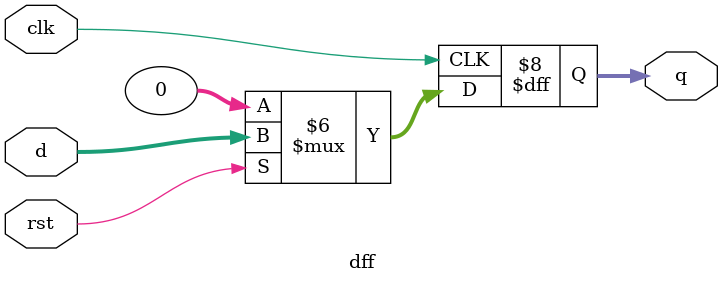
<source format=v>
`timescale 1 ns/10 ps


`define ALU_OP_WIDTH 4
`define ALU_OP_ADD  `ALU_OP_WIDTH'd0 
`define ALU_OP_SUB  `ALU_OP_WIDTH'd1
`define ALU_OP_XOR  `ALU_OP_WIDTH'd2
`define ALU_OP_OR   `ALU_OP_WIDTH'd3
`define ALU_OP_AND  `ALU_OP_WIDTH'd4
`define ALU_OP_SLL  `ALU_OP_WIDTH'd5
`define ALU_OP_SRL  `ALU_OP_WIDTH'd6
`define ALU_OP_SRA  `ALU_OP_WIDTH'd7
`define ALU_OP_SLT  `ALU_OP_WIDTH'd8
`define ALU_OP_SLTU `ALU_OP_WIDTH'd9
`define ALU_OP_XNOR `ALU_OP_WIDTH'd10
`define ALU_OP_MOD  `ALU_OP_WIDTH'd11

module SingleCycle(
	clk,
	rst,
	IR_addr,
	IR,
	A,
	WriteReg,
	ReadDataMem,
	WriteData,
	CEN,
	WEN,
	OEN,
	I_ready
	);

input clk, rst, I_ready;
input [31:0] IR;
input [31:0] ReadDataMem;

output [31:0] WriteReg;
output [31:0] WriteData;
output [6:0]  A;
output [31:0] IR_addr;

output CEN, WEN, OEN;

wire [31:0]inst;

wire [4:0]rd 		= inst[11:7];
wire [4:0]rs1 		= inst[19:15];
wire [4:0]rs2 		= inst[24:20];
wire [2:0]func3 	= inst[14:12];
wire [6:0]func7 	= inst[31:25];
wire [6:0]opcode 	= inst[6:0];
wire Rtype 		= opcode == 7'b0110011;
wire Itype 		= opcode == 7'b0010011;
wire Btype 		= opcode == 7'b1100011;
wire store 		= opcode == 7'b0100011;
wire load 		= opcode == 7'b0000011;
wire jal 		= opcode == 7'b1101111;
wire jalr 		= opcode == 7'b1100111;
wire NewRtype 	= opcode == 7'b1101011;
wire NewItype	= opcode == 7'b0011111;
wire lui;
wire auipc;


wire [31:0]I_imm = {{20{inst[31]}},inst[31:20]};
wire [31:0]J_imm = {{12{inst[31]}},
					inst[19:12],
					inst[20],
					inst[30:21],
					1'b0};
wire [31:0]B_imm = {{20{inst[31]}},
					inst[7],
					inst[30:25],
					inst[11:8],
					1'b0};
wire [31:0]S_imm = {{21{inst[31]}},
					inst[31:25],
					inst[11:7]};
wire [31:0]U_imm = {inst[31:12],
					12'b0};
wire [4:0] shamt = {{26{inst[31]}},inst[24:20]};
wire [31:0]imm;

reg [31:0] PC_nxt,PC;
reg [31:0] ir_addr;

wire shift;
wire branchflag;
wire RegWen;
wire [1:0]WBSel;
wire ALUSrc;

wire [31:0]data_out1, data_out2, WriteReg;

reg  [31:0]ALU_IN1, ALU_IN2;
wire [31:0]ALU_OUT;

assign CEN = 0;
assign OEN = 0;

always @(*) begin
	if(jal)begin
		PC_nxt = PC + J_imm;
	end
	else if(jalr) begin
		PC_nxt = ALU_OUT;
	end
	else if(branchflag&&Btype) begin
		PC_nxt = PC + B_imm;
	end
	else begin
		PC_nxt = PC + 4;
	end
end

always @(posedge clk) begin
	if (!rst) begin
		PC = 32'h0;
		ir_addr = 32'h0;
	end
	else if (I_ready) begin
		PC = PC_nxt;
		ir_addr = PC;
	end
	else begin
		PC = 32'h0;
		ir_addr = 32'h0;
	end
end

assign IR_addr = ir_addr;

assign inst = {IR[7:0],IR[15:8],IR[23:16],IR[31:24]};

assign ALUSrc = ~(Rtype | Btype | jal | NewRtype);
assign imm = ({32{(Itype & ~shift) | (NewItype & ~shift)}} & I_imm)
		|	({32{load|jalr}} & I_imm)
		|	({32{shift}} & shamt)
		|	({32{store}} & S_imm)
		|	({32{Btype}} & B_imm)
		|	({32{jal}} & J_imm);

assign WriteReg = WBSel[1] ? PC+4 : WBSel[0] ? {ReadDataMem[7:0],ReadDataMem[15:8],ReadDataMem[23:16],ReadDataMem[31:24]} : ALU_OUT;

register register(.clk(clk),
	.rst(rst),
	.WriteReg(WriteReg),
	.REGWEN(RegWen),
	.RegRead1(rs1),
	.RegRead2(rs2),
	.RegWrite(rd),
	.data_out1(data_out1),
	.data_out2(data_out2)
	);

wire [3:0]ALU_OP;
wire MemRen, MemWen;

Control CU(
	.rv32_func7(func7),
	.rv32_func3(func3),
	.rv32_Rtype(Rtype),
	.rv32_Itype(Itype),
	.rv32_load(load),
	.rv32_store(store),
	.rv32_jal(jal),
	.rv32_jalr(jalr),
	.rv32_lui(lui),
	.rv32_auipc(auipc),
	.rv32_NewRtype(NewRtype),
	.rv32_NewItype(NewItype),
	.ALU_OP(ALU_OP),
	.RegWen(RegWen),
	.MemWen(WEN),
	.WBSel(WBSel),
	.shift(shift)
	);

always @(*) begin
		ALU_IN1 = data_out1;
end
always @(*) begin
	if (ALUSrc) begin
		ALU_IN2 = imm;
	end
	else begin
		ALU_IN2 = data_out2;
	end
end
assign WriteData = data_out2;
branch branch(.data1(data_out1), .data2(data_out2), .rv32_func3(func3), .branchflag(branchflag));
ALU ALU(.clk(clk),.ALU_OP(ALU_OP),.data1(ALU_IN1),.data2(ALU_IN2),.alu_out(ALU_OUT));

assign A = ALU_OUT[6:0];

endmodule

module register(
	clk, 
	rst,
	WriteReg,
	REGWEN,
	RegRead1,
	RegRead2,
	RegWrite,
	data_out1,
	data_out2
	);
input clk, rst, REGWEN;
input [4:0] RegRead1, RegRead2, RegWrite;
input [31:0] WriteReg;
output  [31:0] data_out1, data_out2;

reg [31:0] reg_r [31:0];
reg [31:0] reg_w [31:0];

integer i;

always @(posedge clk) begin
	if(REGWEN == 1 && rst == 1 && RegWrite != 5'b00000)begin
		reg_r[RegWrite] <= WriteReg;
	end
	else begin
		for(i=1;i<32;i=i+1)begin
			reg_w[i] <= reg_r[i];
		end
	end
end

assign data_out1 = reg_r[RegRead1];
assign data_out2 = reg_r[RegRead2];

always @(posedge clk) begin
	if(!rst) begin
		for(i=0;i<32;i=i+1)begin
			reg_r[i] <= 0;
		end
	end
	else begin
		reg_r[0] <= 0;
	end
end

endmodule

module Control(
	rv32_func7,
	rv32_func3,
	rv32_Rtype,
	rv32_Itype,
	rv32_load,
	rv32_store,
	rv32_jal ,
	rv32_jalr,
	rv32_lui,
	rv32_auipc,
	rv32_NewRtype,
	rv32_NewItype,
	ALU_OP,
	RegWen,
	MemWen,
	WBSel,
	shift
	);
	input [6:0]rv32_func7;
	input [2:0]rv32_func3;
	input rv32_Rtype;
	input rv32_Itype;
	input rv32_load;
	input rv32_store;
	input rv32_jal;
	input rv32_jalr;
	input rv32_lui;
	input rv32_auipc;
	input rv32_NewRtype;
	input rv32_NewItype;
	output reg [3:0]ALU_OP;
	output RegWen;
	output MemWen;
	output [1:0]WBSel;
	output reg shift;

	assign RegWen 	= (rv32_Rtype | rv32_Itype | rv32_NewRtype| rv32_NewItype | rv32_load | rv32_jal | rv32_jalr | rv32_lui | rv32_auipc);
	assign MemWen 	= ~rv32_store;
	assign WBSel[1] = rv32_jal | rv32_jalr;
	assign WBSel[0] = rv32_load;

	always @(*) begin
		shift = 0;
		if (~(rv32_Rtype | rv32_Itype | rv32_NewRtype | rv32_NewItype)) begin
			ALU_OP = `ALU_OP_ADD;
		end
		else if(rv32_NewRtype)begin
				case(rv32_func3)
					3'b000 	: ALU_OP = `ALU_OP_MOD;
					default : ALU_OP = `ALU_OP_ADD;
				endcase
		end
		else if (rv32_NewItype) begin
			case(rv32_func3)
					3'b000 	: ALU_OP = `ALU_OP_XNOR;
					default : ALU_OP = `ALU_OP_ADD;
				endcase
		end
		else begin
				case(rv32_func3)
					3'b000 : begin
							 	if(rv32_func7[5] & rv32_Rtype) ALU_OP = `ALU_OP_SUB;
							 	else ALU_OP = `ALU_OP_ADD;
							 end
					3'b001 : begin
								shift = 1;
								ALU_OP = `ALU_OP_SLL;
							 end
					3'b010 : ALU_OP = `ALU_OP_SLT;
					3'b011 : ALU_OP = `ALU_OP_SLTU;
					3'b100 : begin 
								if(rv32_func7[5])ALU_OP = `ALU_OP_XNOR;
								else ALU_OP = `ALU_OP_XOR;
							 end
					3'b101 : begin  
								shift = 1;
								if(rv32_func7[5]) ALU_OP = `ALU_OP_SRA;
							 	else ALU_OP = `ALU_OP_SRL;
							 end
					3'b110 : ALU_OP = `ALU_OP_OR;
					3'b111 : ALU_OP = `ALU_OP_AND;
				endcase
			 end
	end
endmodule

module ALU(clk,ALU_OP, data1, data2, alu_out);

input clk;
input [3:0]ALU_OP;
input [31:0]data1, data2;
output reg [31:0]alu_out;
wire [4:0]shift;
wire signed [31:0]sdata1, sdata2;
assign shift = data2[4:0];
assign sdata1 = data1;
assign sdata2 = data2;

always @(*)begin
	case(ALU_OP)
		`ALU_OP_ADD 	: alu_out = data1 + data2;
		`ALU_OP_SUB 	: alu_out = data1 - data2;
		`ALU_OP_XOR 	: alu_out = data1 ^ data2;
		`ALU_OP_OR  	: alu_out = data1 | data2;
		`ALU_OP_AND 	: alu_out = data1 & data2;
		`ALU_OP_SLL 	: alu_out = data1 << shift;
		`ALU_OP_SRL 	: alu_out = data1 >> shift;
		`ALU_OP_SRA 	: alu_out = sdata1 >>> shift;
		`ALU_OP_SLT 	: alu_out = {31'b0, sdata1<sdata2};
		`ALU_OP_SLTU 	: alu_out = {31'b0, data1 < data2};
		`ALU_OP_XNOR	: alu_out = ~(data1 ^ data2);
		`ALU_OP_MOD		: alu_out = data1 % data2;
		default 		: alu_out = 32'd0;
	endcase
end

endmodule

module branch(
	data1,
	data2,
	rv32_func3,
	branchflag
	);

input [31:0]data1, data2;
input [2:0]rv32_func3;
output reg branchflag;
wire signed [31:0]sdata1,sdata2;
assign sdata1 = data2;
assign sdata2 = data2;

always @(*) begin
	case(rv32_func3)
		3'b000 : branchflag = (data1 == data2);
		3'b001 : branchflag = (data1 != data2);
		3'b100 : branchflag = (sdata1 < sdata2);
		3'b101 : branchflag = (sdata1 >= sdata2);
		3'b110 : branchflag = (data1 < data2);
		3'b111 : branchflag = (data1 >= data2);
		default : branchflag = 0;
	endcase
end
endmodule

module dff(	
			clk,
		 	rst,
		 	d,
		 	q
		 );

parameter DW = 32;

input clk,rst;
input [DW-1:0] d;
output reg [DW-1:0] q;

	always @(posedge clk) begin
		if (!rst) begin
			q <= {DW{1'b0}};
		end
		else begin
			q <= d;
		end
	end

endmodule

</source>
